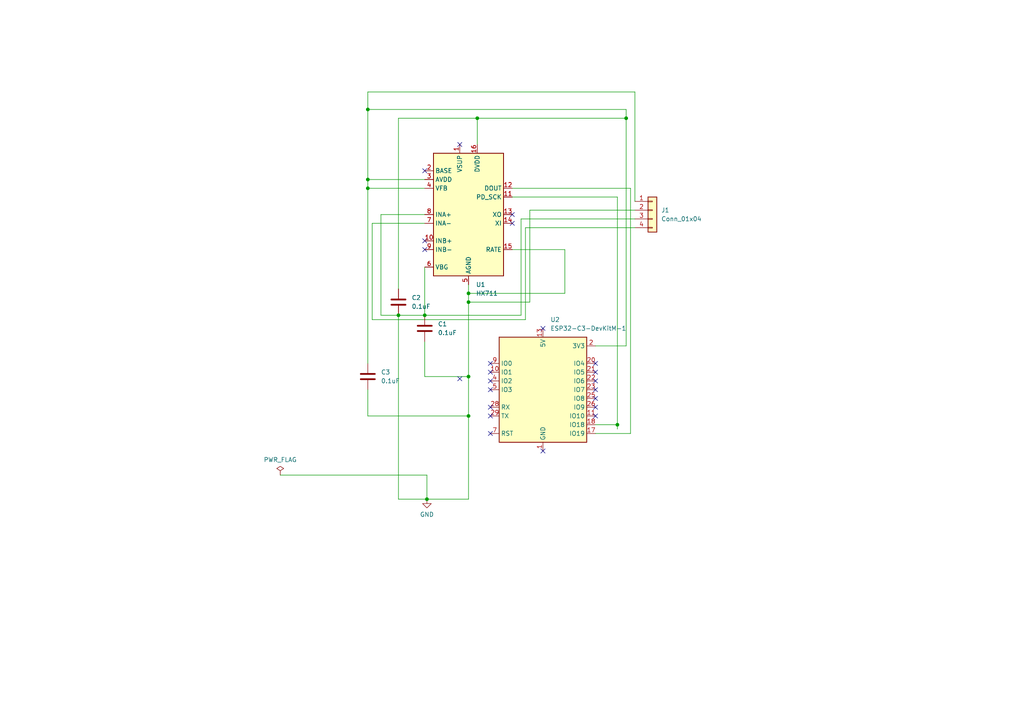
<source format=kicad_sch>
(kicad_sch (version 20250114) (generator "eeschema") (generator_version "9.0")
  (paper "A4")
  (title_block (title "IEEE TASK(SRIKARAN MULUKA)"))
  (lib_symbols
    (symbol "Analog_ADC:HX711"
      (property "Reference" "U" (at 5.08 21.59 0))
      (property "Value" "HX711" (at 7.62 19.05 0))
      (symbol "HX711_0_1"
        (rectangle (start -10.16 17.78) (end 10.16 -17.78) (stroke (width 0.254)) (fill (type background)))
      )
      (symbol "HX711_1_1"
        (pin passive line (at -12.7 12.7 0) (length 2.54) (name "BASE") (number "2"))
        (pin power_in line (at -12.7 10.16 0) (length 2.54) (name "AVDD") (number "3"))
        (pin input line (at -12.7 7.62 0) (length 2.54) (name "VFB") (number "4"))
        (pin input line (at -12.7 0 0) (length 2.54) (name "INA+") (number "8"))
        (pin input line (at -12.7 -2.54 0) (length 2.54) (name "INA-") (number "7"))
        (pin input line (at -12.7 -7.62 0) (length 2.54) (name "INB+") (number "10"))
        (pin input line (at -12.7 -10.16 0) (length 2.54) (name "INB-") (number "9"))
        (pin passive line (at -12.7 -15.24 0) (length 2.54) (name "VBG") (number "6"))
        (pin power_in line (at -2.54 20.32 270) (length 2.54) (name "VSUP") (number "1"))
        (pin power_in line (at 0 -20.32 90) (length 2.54) (name "AGND") (number "5"))
        (pin power_in line (at 2.54 20.32 270) (length 2.54) (name "DVDD") (number "16"))
        (pin output line (at 12.7 7.62 180) (length 2.54) (name "DOUT") (number "12"))
        (pin input line (at 12.7 5.08 180) (length 2.54) (name "PD_SCK") (number "11"))
        (pin passive line (at 12.7 0 180) (length 2.54) (name "XO") (number "13"))
        (pin passive line (at 12.7 -2.54 180) (length 2.54) (name "XI") (number "14"))
        (pin input line (at 12.7 -10.16 180) (length 2.54) (name "RATE") (number "15"))
      )
    )
    (symbol "Connector_Generic:Conn_01x04" (pin_names (offset 1.016) (hide yes))
      (property "Reference" "J" (at 0 5.08 0))
      (property "Value" "Conn_01x04" (at 0 -7.62 0))
      (symbol "Conn_01x04_1_1"
        (rectangle (start -1.27 3.81) (end 1.27 -6.35) (stroke (width 0.254)) (fill (type background)))
        (rectangle (start -1.27 2.667) (end 0 2.413) (stroke (width 0.1524)))
        (rectangle (start -1.27 0.127) (end 0 -0.127) (stroke (width 0.1524)))
        (rectangle (start -1.27 -2.413) (end 0 -2.667) (stroke (width 0.1524)))
        (rectangle (start -1.27 -4.953) (end 0 -5.207) (stroke (width 0.1524)))
        (pin passive line (at -5.08 2.54 0) (length 3.81) (name "Pin_1") (number "1"))
        (pin passive line (at -5.08 0 0) (length 3.81) (name "Pin_2") (number "2"))
        (pin passive line (at -5.08 -2.54 0) (length 3.81) (name "Pin_3") (number "3"))
        (pin passive line (at -5.08 -5.08 0) (length 3.81) (name "Pin_4") (number "4"))
      )
    )
    (symbol "Device:C" (pin_numbers (hide yes)) (pin_names (offset 0.254))
      (property "Reference" "C" (at 0.635 2.54 0))
      (property "Value" "C" (at 0.635 -2.54 0))
      (symbol "C_0_1"
        (polyline (pts (xy -2.032 0.762) (xy 2.032 0.762)) (stroke (width 0.508)))
        (polyline (pts (xy -2.032 -0.762) (xy 2.032 -0.762)) (stroke (width 0.508)))
      )
      (symbol "C_1_1"
        (pin passive line (at 0 3.81 270) (length 2.794) (name "~") (number "1"))
        (pin passive line (at 0 -3.81 90) (length 2.794) (name "~") (number "2"))
      )
    )
    (symbol "RF_Module:ESP32-C3-DevKitM-1"
      (property "Reference" "U" (at 7.62 16.51 0))
      (property "Value" "ESP32-C3-DevKitM-1" (at 11.684 -16.764 0))
      (symbol "ESP32-C3-DevKitM-1_1_1"
        (rectangle (start -12.7 15.24) (end 12.7 -15.24) (stroke (width 0.254)) (fill (type background)))
        (pin bidirectional line (at -15.24 7.62 0) (length 2.54) (name "IO0") (number "9"))
        (pin bidirectional line (at -15.24 5.08 0) (length 2.54) (name "IO1") (number "10"))
        (pin bidirectional line (at -15.24 2.54 0) (length 2.54) (name "IO2") (number "4"))
        (pin bidirectional line (at -15.24 0 0) (length 2.54) (name "IO3") (number "5"))
        (pin input line (at -15.24 -5.08 0) (length 2.54) (name "RX") (number "28"))
        (pin output line (at -15.24 -7.62 0) (length 2.54) (name "TX") (number "29"))
        (pin input line (at -15.24 -12.7 0) (length 2.54) (name "RST") (number "7"))
        (pin passive line (at 0 17.78 270) (length 2.54) (name "5V") (number "13"))
        (pin passive line (at 0 17.78 270) (length 2.54) (hide yes) (name "5V") (number "14"))
        (pin power_in line (at 0 -17.78 90) (length 2.54) (name "GND") (number "1"))
        (pin passive line (at 0 -17.78 90) (length 2.54) (hide yes) (name "GND") (number "12"))
        (pin passive line (at 0 -17.78 90) (length 2.54) (hide yes) (name "GND") (number "15"))
        (pin passive line (at 0 -17.78 90) (length 2.54) (hide yes) (name "GND") (number "16"))
        (pin passive line (at 0 -17.78 90) (length 2.54) (hide yes) (name "GND") (number "19"))
        (pin passive line (at 0 -17.78 90) (length 2.54) (hide yes) (name "GND") (number "24"))
        (pin passive line (at 0 -17.78 90) (length 2.54) (hide yes) (name "GND") (number "27"))
        (pin passive line (at 0 -17.78 90) (length 2.54) (hide yes) (name "GND") (number "30"))
        (pin passive line (at 0 -17.78 90) (length 2.54) (hide yes) (name "GND") (number "6"))
        (pin passive line (at 0 -17.78 90) (length 2.54) (hide yes) (name "GND") (number "8"))
        (pin power_out line (at 15.24 12.7 180) (length 2.54) (name "3V3") (number "2"))
        (pin passive line (at 15.24 12.7 180) (length 2.54) (hide yes) (name "3V3") (number "3"))
        (pin bidirectional line (at 15.24 7.62 180) (length 2.54) (name "IO4") (number "20"))
        (pin bidirectional line (at 15.24 5.08 180) (length 2.54) (name "IO5") (number "21"))
        (pin bidirectional line (at 15.24 2.54 180) (length 2.54) (name "IO6") (number "22"))
        (pin bidirectional line (at 15.24 0 180) (length 2.54) (name "IO7") (number "23"))
        (pin bidirectional line (at 15.24 -2.54 180) (length 2.54) (name "IO8") (number "25"))
        (pin bidirectional line (at 15.24 -5.08 180) (length 2.54) (name "IO9") (number "26"))
        (pin bidirectional line (at 15.24 -7.62 180) (length 2.54) (name "IO10") (number "11"))
        (pin bidirectional line (at 15.24 -10.16 180) (length 2.54) (name "IO18") (number "18"))
        (pin bidirectional line (at 15.24 -12.7 180) (length 2.54) (name "IO19") (number "17"))
      )
    )
    (symbol "power:GND" (power) (pin_numbers (hide yes)) (pin_names (offset 0) (hide yes))
      (property "Value" "GND" (at 0 -3.81 0))
      (symbol "GND_0_1"
        (polyline (pts (xy 0 0) (xy 0 -1.27) (xy 1.27 -1.27) (xy 0 -2.54) (xy -1.27 -1.27) (xy 0 -1.27)))
      )
      (symbol "GND_1_1"
        (pin power_in line (at 0 0 270) (length 0) (name "~") (number "1"))
      )
    )
    (symbol "power:PWR_FLAG" (power) (pin_numbers (hide yes)) (pin_names (offset 0) (hide yes))
      (property "Value" "PWR_FLAG" (at 0 3.81 0))
      (symbol "PWR_FLAG_0_0"
        (pin power_out line (at 0 0 90) (length 0) (name "~") (number "1"))
      )
      (symbol "PWR_FLAG_0_1"
        (polyline (pts (xy 0 0) (xy 0 1.27) (xy -1.016 1.905) (xy 0 2.54) (xy 1.016 1.905) (xy 0 1.27)))
      )
    )
  )
  (junction (at 181.61 34.29))
  (junction (at 123.825 144.78))
  (junction (at 135.89 87.63))
  (junction (at 135.89 109.22))
  (junction (at 106.68 52.07))
  (junction (at 115.57 91.44))
  (junction (at 138.43 34.29))
  (junction (at 106.68 54.61))
  (junction (at 106.68 31.75))
  (junction (at 135.89 120.65))
  (junction (at 123.19 91.44))
  (junction (at 179.07 123.19))
  (junction (at 135.89 85.09))
  (no_connect (at 172.72 115.57))
  (no_connect (at 172.72 107.95))
  (no_connect (at 148.59 62.23))
  (no_connect (at 157.48 130.81))
  (no_connect (at 123.19 72.39))
  (no_connect (at 142.24 113.03))
  (no_connect (at 142.24 110.49))
  (no_connect (at 142.24 118.11))
  (no_connect (at 123.19 69.85))
  (no_connect (at 172.72 105.41))
  (no_connect (at 172.72 113.03))
  (no_connect (at 133.35 41.91))
  (no_connect (at 142.24 120.65))
  (no_connect (at 157.48 95.25))
  (no_connect (at 172.72 110.49))
  (no_connect (at 142.24 105.41))
  (no_connect (at 172.72 118.11))
  (no_connect (at 148.59 64.77))
  (no_connect (at 142.24 125.73))
  (no_connect (at 142.24 107.95))
  (no_connect (at 123.19 49.53))
  (no_connect (at 133.35 109.855))
  (no_connect (at 172.72 120.65))
  (wire (pts (xy 123.19 109.22) (xy 135.89 109.22)))
  (wire (pts (xy 115.57 91.44) (xy 110.49 91.44)))
  (wire (pts (xy 181.61 34.29) (xy 181.61 100.33)))
  (wire (pts (xy 106.68 113.03) (xy 106.68 120.65)))
  (wire (pts (xy 107.95 64.77) (xy 123.19 64.77)))
  (wire (pts (xy 152.4 66.04) (xy 152.4 92.71)))
  (wire (pts (xy 123.19 91.44) (xy 115.57 91.44)))
  (wire (pts (xy 110.49 62.23) (xy 123.19 62.23)))
  (wire (pts (xy 151.13 63.5) (xy 151.13 91.44)))
  (wire (pts (xy 163.83 72.39) (xy 163.83 85.09)))
  (wire (pts (xy 153.67 87.63) (xy 135.89 87.63)))
  (wire (pts (xy 135.89 120.65) (xy 135.89 144.78)))
  (wire (pts (xy 110.49 91.44) (xy 110.49 62.23)))
  (wire (pts (xy 172.72 123.19) (xy 179.07 123.19)))
  (wire (pts (xy 135.89 87.63) (xy 135.89 109.22)))
  (wire (pts (xy 148.59 57.15) (xy 179.07 57.15)))
  (wire (pts (xy 138.43 34.29) (xy 181.61 34.29)))
  (wire (pts (xy 123.825 137.795) (xy 123.825 144.78)))
  (wire (pts (xy 115.57 83.82) (xy 115.57 34.29)))
  (wire (pts (xy 179.07 123.19) (xy 179.07 124.46)))
  (wire (pts (xy 123.19 52.07) (xy 106.68 52.07)))
  (wire (pts (xy 106.68 120.65) (xy 135.89 120.65)))
  (wire (pts (xy 123.825 144.78) (xy 135.89 144.78)))
  (wire (pts (xy 123.825 144.78) (xy 115.57 144.78)))
  (wire (pts (xy 135.89 109.22) (xy 135.89 120.65)))
  (wire (pts (xy 181.61 31.75) (xy 181.61 34.29)))
  (wire (pts (xy 184.15 66.04) (xy 152.4 66.04)))
  (wire (pts (xy 106.68 31.75) (xy 181.61 31.75)))
  (wire (pts (xy 182.88 125.73) (xy 172.72 125.73)))
  (wire (pts (xy 123.19 54.61) (xy 106.68 54.61)))
  (wire (pts (xy 107.95 92.71) (xy 107.95 64.77)))
  (wire (pts (xy 163.83 85.09) (xy 135.89 85.09)))
  (wire (pts (xy 115.57 91.44) (xy 115.57 144.78)))
  (wire (pts (xy 184.15 63.5) (xy 151.13 63.5)))
  (wire (pts (xy 123.19 99.06) (xy 123.19 109.22)))
  (wire (pts (xy 184.15 60.96) (xy 153.67 60.96)))
  (wire (pts (xy 106.68 26.67) (xy 184.15 26.67)))
  (wire (pts (xy 115.57 34.29) (xy 138.43 34.29)))
  (wire (pts (xy 135.89 85.09) (xy 135.89 87.63)))
  (wire (pts (xy 81.28 137.795) (xy 123.825 137.795)))
  (wire (pts (xy 181.61 100.33) (xy 172.72 100.33)))
  (wire (pts (xy 106.68 52.07) (xy 106.68 54.61)))
  (wire (pts (xy 153.67 60.96) (xy 153.67 87.63)))
  (wire (pts (xy 184.15 26.67) (xy 184.15 58.42)))
  (wire (pts (xy 123.19 77.47) (xy 123.19 91.44)))
  (wire (pts (xy 106.68 52.07) (xy 106.68 31.75)))
  (wire (pts (xy 135.89 82.55) (xy 135.89 85.09)))
  (wire (pts (xy 138.43 34.29) (xy 138.43 41.91)))
  (wire (pts (xy 152.4 92.71) (xy 107.95 92.71)))
  (wire (pts (xy 182.88 54.61) (xy 182.88 125.73)))
  (wire (pts (xy 148.59 54.61) (xy 182.88 54.61)))
  (wire (pts (xy 179.07 57.15) (xy 179.07 123.19)))
  (wire (pts (xy 106.68 54.61) (xy 106.68 105.41)))
  (wire (pts (xy 106.68 26.67) (xy 106.68 31.75)))
  (wire (pts (xy 148.59 72.39) (xy 163.83 72.39)))
  (wire (pts (xy 151.13 91.44) (xy 123.19 91.44)))
  (symbol (lib_id "Analog_ADC:HX711") (at 135.89 62.23 0) (unit 1)
    (property "Reference" "U1" (at 138.0333 82.55 0) (effects (justify left)))
    (property "Value" "HX711" (at 138.0333 85.09 0) (effects (justify left)))
    (property "Footprint" "Package_SO:SOIC-16_3.9x9.9mm_P1.27mm" (effects (hide yes)))
    (property "Datasheet" "https://web.archive.org/web/20220615044707/https://akizukidenshi.com/download/ds/avia/hx711.pdf" (effects (hide yes)))
    (property "Description" "24-bit Analog-to-Digital Converter (ADC) for Weight Scales, SOIC-16 (SOP-16)" (effects (hide yes)))
  )
  (symbol (lib_id "Connector_Generic:Conn_01x04") (at 189.23 60.96 0) (unit 1)
    (property "Reference" "J1" (at 191.77 60.9599 0) (effects (justify left)))
    (property "Value" "Conn_01x04" (at 191.77 63.4999 0) (effects (justify left)))
    (property "Description" "Generic connector, single row, 01x04, script generated (kicad-library-utils/schlib/autogen/connector/)" (effects (hide yes)))
  )
  (symbol (lib_id "Device:C") (at 106.68 109.22 0) (unit 1)
    (property "Reference" "C3" (at 110.49 107.9499 0) (effects (justify left)))
    (property "Value" "0.1uF" (at 110.49 110.4899 0) (effects (justify left)))
    (property "Description" "Unpolarized capacitor" (effects (hide yes)))
  )
  (symbol (lib_id "Device:C") (at 115.57 87.63 0) (unit 1)
    (property "Reference" "C2" (at 119.38 86.3599 0) (effects (justify left)))
    (property "Value" "0.1uF" (at 119.38 88.8999 0) (effects (justify left)))
    (property "Description" "Unpolarized capacitor" (effects (hide yes)))
  )
  (symbol (lib_id "RF_Module:ESP32-C3-DevKitM-1") (at 157.48 113.03 0) (unit 1)
    (property "Reference" "U2" (at 159.6233 92.71 0) (effects (justify left)))
    (property "Value" "ESP32-C3-DevKitM-1" (at 159.6233 95.25 0) (effects (justify left)))
    (property "Footprint" "RF_Module:ESP32-C3-DevKitM-1" (effects (hide yes)))
    (property "Datasheet" "https://docs.espressif.com/projects/esp-idf/en/latest/esp32c3/hw-reference/esp32c3/user-guide-devkitm-1.html" (effects (hide yes)))
    (property "Description" "Development board featuring ESP32-C3-MINI-1 module" (effects (hide yes)))
  )
  (symbol (lib_id "power:GND") (at 123.825 144.78 0) (unit 1)
    (property "Reference" "#PWR01" (effects (hide yes)))
    (property "Value" "GND" (at 123.825 149.225 0))
    (property "Description" "Power symbol creates a global label with name \"GND\" , ground" (effects (hide yes)))
  )
  (symbol (lib_id "Device:C") (at 123.19 95.25 0) (unit 1)
    (property "Reference" "C1" (at 127 93.9799 0) (effects (justify left)))
    (property "Value" "0.1uF" (at 127 96.5199 0) (effects (justify left)))
    (property "Description" "Unpolarized capacitor" (effects (hide yes)))
  )
  (symbol (lib_id "power:PWR_FLAG") (at 81.28 137.795 0) (unit 1)
    (property "Reference" "#FLG01" (effects (hide yes)))
    (property "Value" "PWR_FLAG" (at 81.28 133.35 0))
    (property "Description" "Special symbol for telling ERC where power comes from" (effects (hide yes)))
  )
)
</source>
